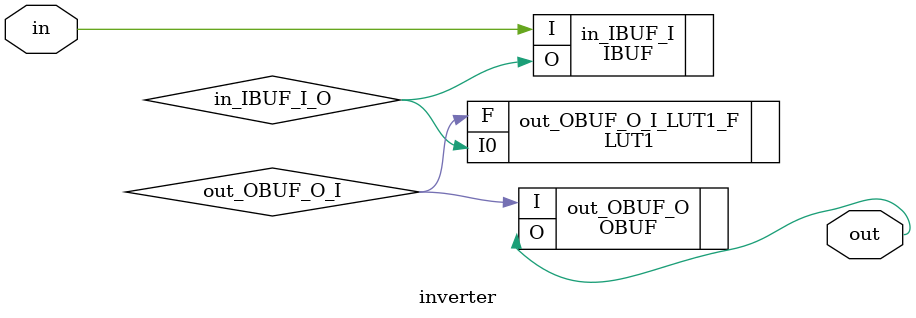
<source format=v>
/* Generated by Yosys 0.17+33 (git sha1 0b1a1a576, gcc 11.2.0-19ubuntu1 -fPIC -Os) */

/* top =  1  */
/* src = "inverter.v:1.1-8.10" */
module inverter(in, out);
  /* src = "inverter.v:2.14-2.16" */
  input in;
  wire in;
  /* force_downto = 1 */
  /* src = "/yosys/share/gowin/cells_map.v:130.20-130.21" */
  wire in_IBUF_I_O;
  /* src = "inverter.v:3.15-3.18" */
  output out;
  wire out;
  wire out_OBUF_O_I;
  /* keep = 1 */
  IBUF in_IBUF_I (
    .I(in),
    .O(in_IBUF_I_O)
  );
  /* keep = 1 */
  OBUF out_OBUF_O (
    .I(out_OBUF_O_I),
    .O(out)
  );
  /* module_not_derived = 1 */
  /* src = "/yosys/share/gowin/cells_map.v:135.23-136.15" */
  LUT1 out_OBUF_O_I_LUT1_F (
    .F(out_OBUF_O_I),
    .I0(in_IBUF_I_O)
  );
  defparam out_OBUF_O_I_LUT1_F.INIT = 2'h1;
endmodule

</source>
